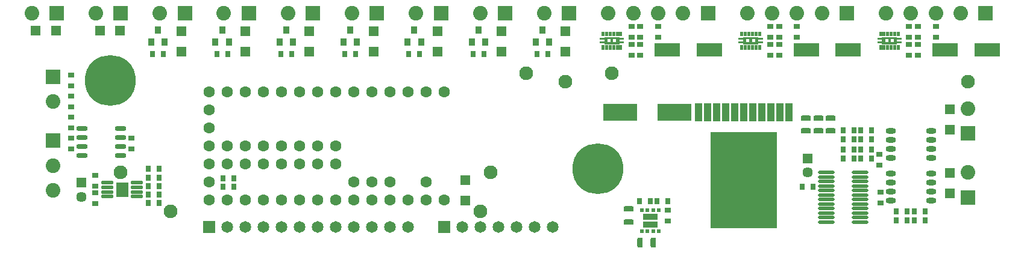
<source format=gts>
G04 Layer_Color=8388736*
%FSLAX24Y24*%
%MOIN*%
G70*
G01*
G75*
G04:AMPARAMS|DCode=63|XSize=36mil|YSize=28mil|CornerRadius=8.5mil|HoleSize=0mil|Usage=FLASHONLY|Rotation=180.000|XOffset=0mil|YOffset=0mil|HoleType=Round|Shape=RoundedRectangle|*
%AMROUNDEDRECTD63*
21,1,0.0360,0.0110,0,0,180.0*
21,1,0.0190,0.0280,0,0,180.0*
1,1,0.0170,-0.0095,0.0055*
1,1,0.0170,0.0095,0.0055*
1,1,0.0170,0.0095,-0.0055*
1,1,0.0170,-0.0095,-0.0055*
%
%ADD63ROUNDEDRECTD63*%
%ADD64O,0.0631X0.0296*%
%ADD65O,0.0709X0.0217*%
%ADD66R,0.0678X0.0804*%
G04:AMPARAMS|DCode=67|XSize=36mil|YSize=28mil|CornerRadius=8.5mil|HoleSize=0mil|Usage=FLASHONLY|Rotation=270.000|XOffset=0mil|YOffset=0mil|HoleType=Round|Shape=RoundedRectangle|*
%AMROUNDEDRECTD67*
21,1,0.0360,0.0110,0,0,270.0*
21,1,0.0190,0.0280,0,0,270.0*
1,1,0.0170,-0.0055,-0.0095*
1,1,0.0170,-0.0055,0.0095*
1,1,0.0170,0.0055,0.0095*
1,1,0.0170,0.0055,-0.0095*
%
%ADD67ROUNDEDRECTD67*%
G04:AMPARAMS|DCode=68|XSize=56mil|YSize=30mil|CornerRadius=9mil|HoleSize=0mil|Usage=FLASHONLY|Rotation=180.000|XOffset=0mil|YOffset=0mil|HoleType=Round|Shape=RoundedRectangle|*
%AMROUNDEDRECTD68*
21,1,0.0560,0.0120,0,0,180.0*
21,1,0.0380,0.0300,0,0,180.0*
1,1,0.0180,-0.0190,0.0060*
1,1,0.0180,0.0190,0.0060*
1,1,0.0180,0.0190,-0.0060*
1,1,0.0180,-0.0190,-0.0060*
%
%ADD68ROUNDEDRECTD68*%
%ADD69R,0.0803X0.0370*%
%ADD70R,0.0213X0.0232*%
G04:AMPARAMS|DCode=71|XSize=56mil|YSize=30mil|CornerRadius=9mil|HoleSize=0mil|Usage=FLASHONLY|Rotation=90.000|XOffset=0mil|YOffset=0mil|HoleType=Round|Shape=RoundedRectangle|*
%AMROUNDEDRECTD71*
21,1,0.0560,0.0120,0,0,90.0*
21,1,0.0380,0.0300,0,0,90.0*
1,1,0.0180,0.0060,0.0190*
1,1,0.0180,0.0060,-0.0190*
1,1,0.0180,-0.0060,-0.0190*
1,1,0.0180,-0.0060,0.0190*
%
%ADD71ROUNDEDRECTD71*%
%ADD72O,0.0926X0.0198*%
%ADD73O,0.0576X0.0316*%
%ADD74R,0.1418X0.0769*%
%ADD75R,0.0532X0.0532*%
%ADD76R,0.0532X0.0532*%
%ADD77R,0.0376X0.0443*%
%ADD78R,0.0399X0.1009*%
%ADD79R,0.3653X0.5324*%
%ADD80R,0.0150X0.0236*%
%ADD81R,0.0150X0.0236*%
%ADD82R,0.1851X0.0966*%
%ADD83C,0.0760*%
%ADD84R,0.0651X0.0651*%
%ADD85C,0.0651*%
%ADD86C,0.0630*%
%ADD87C,0.0808*%
%ADD88R,0.0808X0.0808*%
%ADD89C,0.0572*%
%ADD90R,0.0572X0.0572*%
%ADD91R,0.0808X0.0808*%
%ADD92C,0.2816*%
%ADD93C,0.0336*%
G36*
X41364Y11993D02*
X41614D01*
Y11894D01*
X41364D01*
Y11796D01*
X41614D01*
Y11698D01*
X41364D01*
Y11643D01*
X40526D01*
Y11698D01*
X40276D01*
Y11796D01*
X40526D01*
Y11894D01*
X40276D01*
Y11993D01*
X40526D01*
Y12047D01*
X41364D01*
Y11993D01*
D02*
G37*
G36*
X49041D02*
X49291D01*
Y11894D01*
X49041D01*
Y11796D01*
X49291D01*
Y11698D01*
X49041D01*
Y11643D01*
X48203D01*
Y11698D01*
X47953D01*
Y11796D01*
X48203D01*
Y11894D01*
X47953D01*
Y11993D01*
X48203D01*
Y12047D01*
X49041D01*
Y11993D01*
D02*
G37*
G36*
X33646Y11342D02*
X33480D01*
Y11594D01*
X33646D01*
Y11342D01*
D02*
G37*
G36*
X33842D02*
X33677D01*
Y11594D01*
X33842D01*
Y11342D01*
D02*
G37*
G36*
X33686Y11993D02*
X33937D01*
Y11894D01*
X33686D01*
Y11796D01*
X33937D01*
Y11698D01*
X33686D01*
Y11643D01*
X32849D01*
Y11698D01*
X32598D01*
Y11796D01*
X32849D01*
Y11894D01*
X32598D01*
Y11993D01*
X32849D01*
Y12047D01*
X33686D01*
Y11993D01*
D02*
G37*
G36*
X41126Y11342D02*
X40961D01*
Y11594D01*
X41126D01*
Y11342D01*
D02*
G37*
G36*
X40929D02*
X40764D01*
Y11594D01*
X40929D01*
Y11342D01*
D02*
G37*
G36*
X41520D02*
X41354D01*
Y11594D01*
X41520D01*
Y11342D01*
D02*
G37*
G36*
X41323D02*
X41157D01*
Y11594D01*
X41323D01*
Y11342D01*
D02*
G37*
G36*
X33449Y11342D02*
X33283D01*
Y11594D01*
X33449D01*
Y11342D01*
D02*
G37*
G36*
X48606Y11342D02*
X48441D01*
Y11594D01*
X48606D01*
Y11342D01*
D02*
G37*
G36*
X48803D02*
X48638D01*
Y11594D01*
X48803D01*
Y11342D01*
D02*
G37*
G36*
X48213D02*
X48047D01*
Y11594D01*
X48213D01*
Y11342D01*
D02*
G37*
G36*
X48409D02*
X48244D01*
Y11594D01*
X48409D01*
Y11342D01*
D02*
G37*
G36*
X49000D02*
X48835D01*
Y11594D01*
X49000D01*
Y11342D01*
D02*
G37*
G36*
X33055Y11342D02*
X32890D01*
Y11594D01*
X33055D01*
Y11342D01*
D02*
G37*
G36*
X33252D02*
X33087D01*
Y11594D01*
X33252D01*
Y11342D01*
D02*
G37*
G36*
X49197Y11342D02*
X49032D01*
Y11594D01*
X49197D01*
Y11342D01*
D02*
G37*
G36*
X32858Y11342D02*
X32693D01*
Y11594D01*
X32858D01*
Y11342D01*
D02*
G37*
G36*
X40732Y11342D02*
X40567D01*
Y11594D01*
X40732D01*
Y11342D01*
D02*
G37*
G36*
X49197Y12097D02*
X49032D01*
Y12349D01*
X49197D01*
Y12097D01*
D02*
G37*
G36*
X32858Y12097D02*
X32693D01*
Y12349D01*
X32858D01*
Y12097D01*
D02*
G37*
G36*
X48803Y12097D02*
X48638D01*
Y12349D01*
X48803D01*
Y12097D01*
D02*
G37*
G36*
X49000D02*
X48835D01*
Y12349D01*
X49000D01*
Y12097D01*
D02*
G37*
G36*
X33055Y12097D02*
X32890D01*
Y12349D01*
X33055D01*
Y12097D01*
D02*
G37*
G36*
X33646D02*
X33480D01*
Y12349D01*
X33646D01*
Y12097D01*
D02*
G37*
G36*
X33842D02*
X33677D01*
Y12349D01*
X33842D01*
Y12097D01*
D02*
G37*
G36*
X33252D02*
X33087D01*
Y12349D01*
X33252D01*
Y12097D01*
D02*
G37*
G36*
X33449D02*
X33283D01*
Y12349D01*
X33449D01*
Y12097D01*
D02*
G37*
G36*
X48606Y12097D02*
X48441D01*
Y12349D01*
X48606D01*
Y12097D01*
D02*
G37*
G36*
X40732D02*
X40567D01*
Y12349D01*
X40732D01*
Y12097D01*
D02*
G37*
G36*
X40929D02*
X40764D01*
Y12349D01*
X40929D01*
Y12097D01*
D02*
G37*
G36*
X40535Y11342D02*
X40370D01*
Y11594D01*
X40535D01*
Y11342D01*
D02*
G37*
G36*
Y12097D02*
X40370D01*
Y12349D01*
X40535D01*
Y12097D01*
D02*
G37*
G36*
X41126D02*
X40961D01*
Y12349D01*
X41126D01*
Y12097D01*
D02*
G37*
G36*
X48213D02*
X48047D01*
Y12349D01*
X48213D01*
Y12097D01*
D02*
G37*
G36*
X48409D02*
X48244D01*
Y12349D01*
X48409D01*
Y12097D01*
D02*
G37*
G36*
X41323D02*
X41157D01*
Y12349D01*
X41323D01*
Y12097D01*
D02*
G37*
G36*
X41520D02*
X41354D01*
Y12349D01*
X41520D01*
Y12097D01*
D02*
G37*
%LPC*%
G36*
X40869Y11924D02*
X40711D01*
Y11767D01*
X40869D01*
Y11924D01*
D02*
G37*
G36*
X41179D02*
X41021D01*
Y11767D01*
X41179D01*
Y11924D01*
D02*
G37*
G36*
X48856D02*
X48698D01*
Y11767D01*
X48856D01*
Y11924D01*
D02*
G37*
G36*
X48546D02*
X48388D01*
Y11767D01*
X48546D01*
Y11924D01*
D02*
G37*
G36*
X33191Y11924D02*
X33034D01*
Y11767D01*
X33191D01*
Y11924D01*
D02*
G37*
G36*
X33501D02*
X33344D01*
Y11767D01*
X33501D01*
Y11924D01*
D02*
G37*
%LPD*%
D63*
X6693Y6442D02*
D03*
Y5842D02*
D03*
X3346Y9346D02*
D03*
Y9946D02*
D03*
Y8165D02*
D03*
Y8765D02*
D03*
Y7023D02*
D03*
Y7623D02*
D03*
Y5842D02*
D03*
Y6442D02*
D03*
X4705Y4375D02*
D03*
Y3775D02*
D03*
Y2795D02*
D03*
Y3395D02*
D03*
X36368Y2446D02*
D03*
Y1846D02*
D03*
X48130Y2850D02*
D03*
Y3450D02*
D03*
X48071Y4936D02*
D03*
Y5536D02*
D03*
X49705Y12637D02*
D03*
Y12037D02*
D03*
X42028Y12637D02*
D03*
Y12037D02*
D03*
X34350Y12637D02*
D03*
Y12037D02*
D03*
X50197Y12637D02*
D03*
Y12037D02*
D03*
X42520Y12637D02*
D03*
Y12037D02*
D03*
X34843Y12637D02*
D03*
Y12037D02*
D03*
X49705Y11053D02*
D03*
Y11653D02*
D03*
X42028Y11053D02*
D03*
Y11653D02*
D03*
X34350Y11053D02*
D03*
Y11653D02*
D03*
X50197D02*
D03*
Y11053D02*
D03*
X42520Y11653D02*
D03*
Y11053D02*
D03*
X34843Y11653D02*
D03*
Y11053D02*
D03*
X51181Y12033D02*
D03*
Y12633D02*
D03*
X43504Y12033D02*
D03*
Y12633D02*
D03*
X35827Y12033D02*
D03*
Y12633D02*
D03*
D64*
X6093Y5490D02*
D03*
Y5990D02*
D03*
Y6490D02*
D03*
Y6990D02*
D03*
X3947Y5490D02*
D03*
Y5990D02*
D03*
Y6490D02*
D03*
Y6990D02*
D03*
D65*
X7008Y3199D02*
D03*
Y3455D02*
D03*
Y3711D02*
D03*
Y3967D02*
D03*
X5354Y3199D02*
D03*
Y3455D02*
D03*
Y3711D02*
D03*
Y3967D02*
D03*
D66*
X6181Y3583D02*
D03*
D67*
X7613Y2835D02*
D03*
X8213D02*
D03*
X8213Y3307D02*
D03*
X7613D02*
D03*
X7613Y3780D02*
D03*
X8213D02*
D03*
X7613Y4252D02*
D03*
X8213D02*
D03*
X7613Y4724D02*
D03*
X8213D02*
D03*
X12347Y3740D02*
D03*
X11747D02*
D03*
X12347Y4213D02*
D03*
X11747D02*
D03*
X34793Y2933D02*
D03*
X35393D02*
D03*
X35768D02*
D03*
X36368D02*
D03*
X49995Y1870D02*
D03*
X50595D02*
D03*
X49995Y2362D02*
D03*
X50595D02*
D03*
X49011Y1870D02*
D03*
X49611D02*
D03*
X49011Y2362D02*
D03*
X49611D02*
D03*
X44394Y3740D02*
D03*
X43794D02*
D03*
X47643Y5305D02*
D03*
X47043D02*
D03*
X47643Y5807D02*
D03*
X47043D02*
D03*
X47643Y6890D02*
D03*
X47043D02*
D03*
X46658Y5305D02*
D03*
X46058D02*
D03*
Y5807D02*
D03*
X46658D02*
D03*
Y6388D02*
D03*
X46058D02*
D03*
Y6890D02*
D03*
X46658D02*
D03*
X47643Y6388D02*
D03*
X47043D02*
D03*
X7869Y11122D02*
D03*
X8469D02*
D03*
X11413D02*
D03*
X12013D02*
D03*
X14956D02*
D03*
X15556D02*
D03*
X18499D02*
D03*
X19099D02*
D03*
X22043D02*
D03*
X22643D02*
D03*
X25586D02*
D03*
X26186D02*
D03*
X29129D02*
D03*
X29729D02*
D03*
D68*
X34203Y2506D02*
D03*
Y1786D02*
D03*
X45374Y6825D02*
D03*
Y7545D02*
D03*
X44685Y6825D02*
D03*
Y7545D02*
D03*
X43996Y6825D02*
D03*
Y7545D02*
D03*
D69*
X35394Y1654D02*
D03*
Y2087D02*
D03*
D70*
X35866Y2451D02*
D03*
X35551D02*
D03*
X35236D02*
D03*
X34921D02*
D03*
Y1289D02*
D03*
X35236D02*
D03*
X35551D02*
D03*
X35866D02*
D03*
D71*
X35557Y630D02*
D03*
X34837D02*
D03*
D72*
X45118Y4525D02*
D03*
Y4275D02*
D03*
Y4025D02*
D03*
Y3775D02*
D03*
Y3525D02*
D03*
Y3275D02*
D03*
Y3025D02*
D03*
Y2775D02*
D03*
Y2525D02*
D03*
Y2275D02*
D03*
Y2025D02*
D03*
Y1775D02*
D03*
X47008Y4525D02*
D03*
Y4275D02*
D03*
Y4025D02*
D03*
Y3775D02*
D03*
Y3525D02*
D03*
Y3275D02*
D03*
Y3025D02*
D03*
Y2775D02*
D03*
Y2525D02*
D03*
Y2275D02*
D03*
Y2025D02*
D03*
Y1775D02*
D03*
D73*
X48683Y4490D02*
D03*
Y3990D02*
D03*
Y3490D02*
D03*
Y2990D02*
D03*
X50923Y4490D02*
D03*
Y3990D02*
D03*
Y3490D02*
D03*
Y2990D02*
D03*
X48683Y6852D02*
D03*
Y6352D02*
D03*
Y5852D02*
D03*
Y5352D02*
D03*
X50923Y6852D02*
D03*
Y6352D02*
D03*
Y5852D02*
D03*
Y5352D02*
D03*
D74*
X51693Y11348D02*
D03*
X54016D02*
D03*
X44016D02*
D03*
X46339D02*
D03*
X36339D02*
D03*
X38661D02*
D03*
D75*
X6075Y12402D02*
D03*
X2531D02*
D03*
X51968Y8043D02*
D03*
X51969Y4500D02*
D03*
X9449Y12374D02*
D03*
X12992Y12374D02*
D03*
X16535Y12374D02*
D03*
X20079Y12374D02*
D03*
X23622D02*
D03*
X27165D02*
D03*
X30709Y12374D02*
D03*
X25157Y2980D02*
D03*
D76*
X4949Y12402D02*
D03*
X1406D02*
D03*
X51968Y6917D02*
D03*
X51969Y3374D02*
D03*
X9449Y11248D02*
D03*
X12992Y11248D02*
D03*
X16535Y11248D02*
D03*
X20079Y11248D02*
D03*
X23622D02*
D03*
X27165D02*
D03*
X30709D02*
D03*
X25157Y4106D02*
D03*
D77*
X8169Y12455D02*
D03*
X8543Y11758D02*
D03*
X7795D02*
D03*
X11713Y12455D02*
D03*
X12087Y11758D02*
D03*
X11339D02*
D03*
X15256Y12455D02*
D03*
X15630Y11758D02*
D03*
X14882D02*
D03*
X18799Y12455D02*
D03*
X19173Y11758D02*
D03*
X18425D02*
D03*
X22343Y12455D02*
D03*
X22717Y11758D02*
D03*
X21969D02*
D03*
X25886Y12455D02*
D03*
X26260Y11758D02*
D03*
X25512D02*
D03*
X29429Y12455D02*
D03*
X29803Y11758D02*
D03*
X29055D02*
D03*
D78*
X43051Y7890D02*
D03*
X42551D02*
D03*
X42051D02*
D03*
X41551D02*
D03*
X41051D02*
D03*
X40551D02*
D03*
X40051D02*
D03*
X39551D02*
D03*
X39051D02*
D03*
X38551D02*
D03*
X38051D02*
D03*
D79*
X40551Y4110D02*
D03*
D80*
X49114Y12223D02*
D03*
X41437D02*
D03*
X33760D02*
D03*
D81*
X48917D02*
D03*
X48720D02*
D03*
X48524D02*
D03*
X48327D02*
D03*
X48130D02*
D03*
Y11468D02*
D03*
X48327D02*
D03*
X48524D02*
D03*
X48720D02*
D03*
X48917D02*
D03*
X49114D02*
D03*
X41437D02*
D03*
X41240D02*
D03*
X41043D02*
D03*
X40846D02*
D03*
X40650D02*
D03*
X40453D02*
D03*
Y12223D02*
D03*
X40650D02*
D03*
X40846D02*
D03*
X41043D02*
D03*
X41240D02*
D03*
X33563D02*
D03*
X33366D02*
D03*
X33169D02*
D03*
X32972D02*
D03*
X32776D02*
D03*
Y11468D02*
D03*
X32972D02*
D03*
X33169D02*
D03*
X33366D02*
D03*
X33563D02*
D03*
X33760D02*
D03*
D82*
X36732Y7874D02*
D03*
X33740D02*
D03*
D83*
X33268Y10039D02*
D03*
X28543D02*
D03*
X30709Y9567D02*
D03*
X52953D02*
D03*
X8858Y2362D02*
D03*
X25984D02*
D03*
X6102Y4528D02*
D03*
X26575D02*
D03*
D84*
X11000Y1500D02*
D03*
X24000D02*
D03*
D85*
X12000D02*
D03*
X13000D02*
D03*
X14000D02*
D03*
X15000D02*
D03*
X16000D02*
D03*
X17000D02*
D03*
X18000D02*
D03*
X19000D02*
D03*
X20000D02*
D03*
X21000D02*
D03*
X22000D02*
D03*
X26000D02*
D03*
X25000D02*
D03*
X27000D02*
D03*
X28000D02*
D03*
X29000D02*
D03*
X30000D02*
D03*
D86*
X18000Y6000D02*
D03*
X17000D02*
D03*
X18000Y5000D02*
D03*
X17000D02*
D03*
X16000D02*
D03*
X15000D02*
D03*
X14000D02*
D03*
X13000D02*
D03*
X16000Y6000D02*
D03*
X15000D02*
D03*
X14000D02*
D03*
X13000D02*
D03*
X12000Y5000D02*
D03*
Y6000D02*
D03*
X19000Y4000D02*
D03*
X20000D02*
D03*
X21000D02*
D03*
X23000D02*
D03*
X24000Y3000D02*
D03*
X23000D02*
D03*
X22000D02*
D03*
X21000D02*
D03*
X20000D02*
D03*
X19000D02*
D03*
X18000D02*
D03*
X17000D02*
D03*
X16000D02*
D03*
X15000D02*
D03*
X14000D02*
D03*
X13000D02*
D03*
X12000D02*
D03*
X11000D02*
D03*
Y4000D02*
D03*
Y5000D02*
D03*
Y6000D02*
D03*
Y7000D02*
D03*
Y8000D02*
D03*
Y9000D02*
D03*
X12000D02*
D03*
X13000D02*
D03*
X14000D02*
D03*
X15000D02*
D03*
X16000D02*
D03*
X17000D02*
D03*
X18000D02*
D03*
X19000D02*
D03*
X20000D02*
D03*
X21000D02*
D03*
X22000D02*
D03*
X23000D02*
D03*
X24000D02*
D03*
D87*
X2362Y3543D02*
D03*
Y4921D02*
D03*
Y8465D02*
D03*
X52953Y8071D02*
D03*
Y4528D02*
D03*
X44882Y13386D02*
D03*
X43504D02*
D03*
X42126D02*
D03*
X40748D02*
D03*
X8268D02*
D03*
X11811D02*
D03*
X15354D02*
D03*
X18898D02*
D03*
X22441D02*
D03*
X25984D02*
D03*
X29528D02*
D03*
X52559D02*
D03*
X51181D02*
D03*
X49803D02*
D03*
X48425D02*
D03*
X37205D02*
D03*
X35827D02*
D03*
X34449D02*
D03*
X33071D02*
D03*
X1181D02*
D03*
X4724D02*
D03*
D88*
X2362Y6299D02*
D03*
Y9843D02*
D03*
X52953Y6693D02*
D03*
Y3150D02*
D03*
D89*
X3917Y3189D02*
D03*
X44094Y4528D02*
D03*
D90*
X3917Y3976D02*
D03*
X44094Y5315D02*
D03*
D91*
X46260Y13386D02*
D03*
X9646D02*
D03*
X13189D02*
D03*
X16732D02*
D03*
X20276D02*
D03*
X23819D02*
D03*
X27362D02*
D03*
X30906D02*
D03*
X53937D02*
D03*
X38583D02*
D03*
X2559D02*
D03*
X6102D02*
D03*
D92*
X5512Y9646D02*
D03*
X32480Y4724D02*
D03*
D93*
X35581Y1654D02*
D03*
X35187D02*
D03*
Y2087D02*
D03*
X35581D02*
D03*
M02*

</source>
